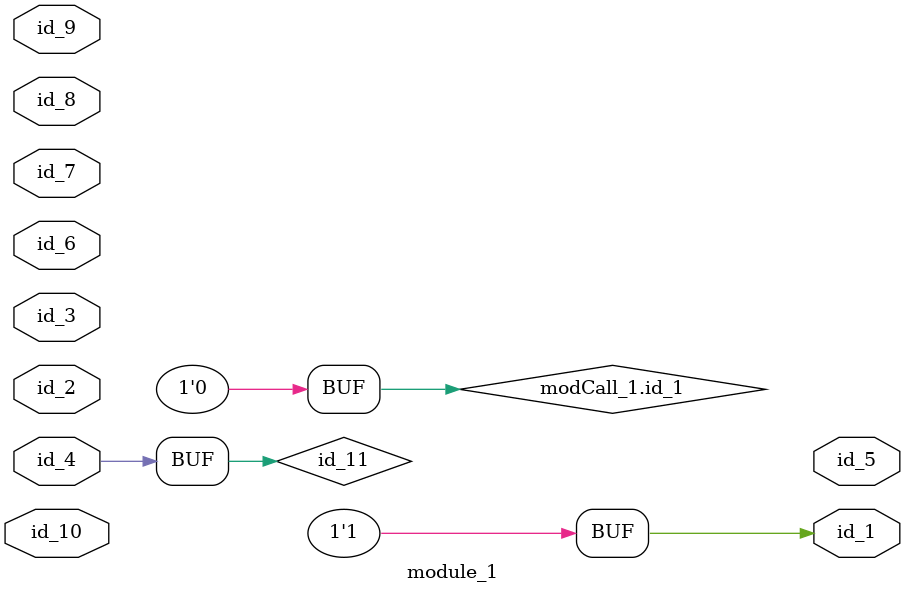
<source format=v>
module module_0;
  assign id_1 = 1;
endmodule
module module_1 (
    id_1,
    id_2,
    id_3,
    id_4,
    id_5,
    id_6,
    id_7,
    id_8,
    id_9,
    id_10
);
  inout wire id_10;
  inout wire id_9;
  input wire id_8;
  inout wire id_7;
  input wire id_6;
  output wire id_5;
  inout wire id_4;
  inout wire id_3;
  inout wire id_2;
  output wire id_1;
  wire id_11;
  assign id_4 = id_11;
  assign id_7[1] = id_11;
  always id_1 <= 1;
  assign id_5[1] = 1 & id_10;
  module_0 modCall_1 ();
  assign modCall_1.id_1 = 0;
endmodule

</source>
